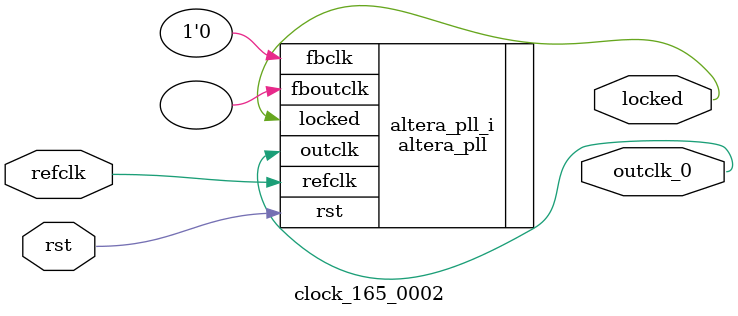
<source format=v>
`timescale 1ns/10ps
module  clock_165_0002(

	// interface 'refclk'
	input wire refclk,

	// interface 'reset'
	input wire rst,

	// interface 'outclk0'
	output wire outclk_0,

	// interface 'locked'
	output wire locked
);

	altera_pll #(
		.fractional_vco_multiplier("false"),
		.reference_clock_frequency("50.0 MHz"),
		.operation_mode("direct"),
		.number_of_clocks(1),
		.output_clock_frequency0("165.000000 MHz"),
		.phase_shift0("0 ps"),
		.duty_cycle0(50),
		.output_clock_frequency1("0 MHz"),
		.phase_shift1("0 ps"),
		.duty_cycle1(50),
		.output_clock_frequency2("0 MHz"),
		.phase_shift2("0 ps"),
		.duty_cycle2(50),
		.output_clock_frequency3("0 MHz"),
		.phase_shift3("0 ps"),
		.duty_cycle3(50),
		.output_clock_frequency4("0 MHz"),
		.phase_shift4("0 ps"),
		.duty_cycle4(50),
		.output_clock_frequency5("0 MHz"),
		.phase_shift5("0 ps"),
		.duty_cycle5(50),
		.output_clock_frequency6("0 MHz"),
		.phase_shift6("0 ps"),
		.duty_cycle6(50),
		.output_clock_frequency7("0 MHz"),
		.phase_shift7("0 ps"),
		.duty_cycle7(50),
		.output_clock_frequency8("0 MHz"),
		.phase_shift8("0 ps"),
		.duty_cycle8(50),
		.output_clock_frequency9("0 MHz"),
		.phase_shift9("0 ps"),
		.duty_cycle9(50),
		.output_clock_frequency10("0 MHz"),
		.phase_shift10("0 ps"),
		.duty_cycle10(50),
		.output_clock_frequency11("0 MHz"),
		.phase_shift11("0 ps"),
		.duty_cycle11(50),
		.output_clock_frequency12("0 MHz"),
		.phase_shift12("0 ps"),
		.duty_cycle12(50),
		.output_clock_frequency13("0 MHz"),
		.phase_shift13("0 ps"),
		.duty_cycle13(50),
		.output_clock_frequency14("0 MHz"),
		.phase_shift14("0 ps"),
		.duty_cycle14(50),
		.output_clock_frequency15("0 MHz"),
		.phase_shift15("0 ps"),
		.duty_cycle15(50),
		.output_clock_frequency16("0 MHz"),
		.phase_shift16("0 ps"),
		.duty_cycle16(50),
		.output_clock_frequency17("0 MHz"),
		.phase_shift17("0 ps"),
		.duty_cycle17(50),
		.pll_type("General"),
		.pll_subtype("General")
	) altera_pll_i (
		.rst	(rst),
		.outclk	({outclk_0}),
		.locked	(locked),
		.fboutclk	( ),
		.fbclk	(1'b0),
		.refclk	(refclk)
	);
endmodule


</source>
